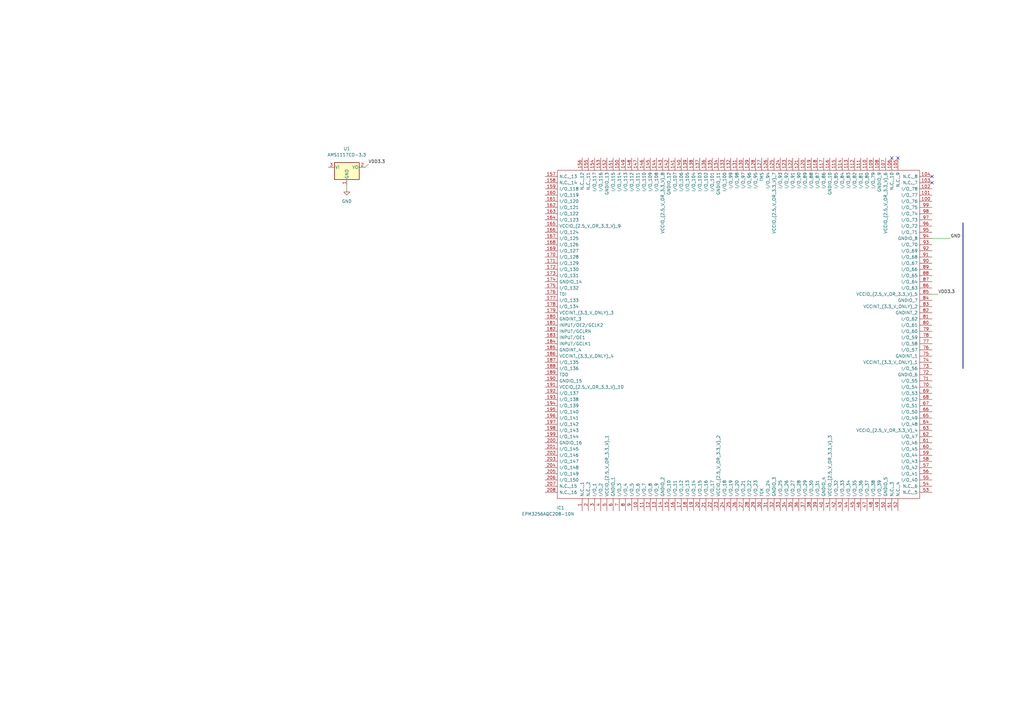
<source format=kicad_sch>
(kicad_sch (version 20211123) (generator eeschema)
  (paper "A3")
  (lib_symbols
    (symbol "EPM3256AQC208-10N:EPM3256AQC208-10N" (pin_names (offset 0.762))
      (property "Reference" "IC1" (at -142.9895 177.8 90))
      (property "Value" "EPM3256AQC208-10N" (at -140.4495 177.8 90))
      (symbol "EPM3256AQC208-10N_0_0"
        (pin passive line (at 0 0 0) (length 5.08) (name "N.C._1") (number "1"))
        (pin passive line (at 0 -22.86 0) (length 5.08) (name "I/O_6") (number "10"))
        (pin passive line (at 127 -143.51 90) (length 5.08) (name "I/O_76") (number "100"))
        (pin passive line (at 129.54 -143.51 90) (length 5.08) (name "I/O_77") (number "101"))
        (pin passive line (at 132.08 -143.51 90) (length 5.08) (name "I/O_78") (number "102"))
        (pin passive line (at 134.62 -143.51 90) (length 5.08) (name "N.C._7") (number "103"))
        (pin passive line (at 137.16 -143.51 90) (length 5.08) (name "N.C._8") (number "104"))
        (pin passive line (at 144.78 -129.54 180) (length 5.08) (name "N.C._9") (number "105"))
        (pin passive line (at 144.78 -127 180) (length 5.08) (name "N.C._10") (number "106"))
        (pin passive line (at 144.78 -124.46 180) (length 5.08) (name "VCCIO_(2.5_V_OR_3.3_V)_6") (number "107"))
        (pin passive line (at 144.78 -121.92 180) (length 5.08) (name "GNDIO_9") (number "108"))
        (pin passive line (at 144.78 -119.38 180) (length 5.08) (name "I/O_79") (number "109"))
        (pin passive line (at 0 -25.4 0) (length 5.08) (name "I/O_7") (number "11"))
        (pin passive line (at 144.78 -116.84 180) (length 5.08) (name "I/O_80") (number "110"))
        (pin passive line (at 144.78 -114.3 180) (length 5.08) (name "I/O_81") (number "111"))
        (pin passive line (at 144.78 -111.76 180) (length 5.08) (name "I/O_82") (number "112"))
        (pin passive line (at 144.78 -109.22 180) (length 5.08) (name "I/O_83") (number "113"))
        (pin passive line (at 144.78 -106.68 180) (length 5.08) (name "I/O_84") (number "114"))
        (pin passive line (at 144.78 -104.14 180) (length 5.08) (name "I/O_85") (number "115"))
        (pin passive line (at 144.78 -101.6 180) (length 5.08) (name "GNDIO_10") (number "116"))
        (pin passive line (at 144.78 -99.06 180) (length 5.08) (name "I/O_86") (number "117"))
        (pin passive line (at 144.78 -96.52 180) (length 5.08) (name "I/O_87") (number "118"))
        (pin passive line (at 144.78 -93.98 180) (length 5.08) (name "I/O_88") (number "119"))
        (pin passive line (at 0 -27.94 0) (length 5.08) (name "I/O_8") (number "12"))
        (pin passive line (at 144.78 -91.44 180) (length 5.08) (name "I/O_89") (number "120"))
        (pin passive line (at 144.78 -88.9 180) (length 5.08) (name "I/O_90") (number "121"))
        (pin passive line (at 144.78 -86.36 180) (length 5.08) (name "I/O_91") (number "122"))
        (pin passive line (at 144.78 -83.82 180) (length 5.08) (name "I/O_92") (number "123"))
        (pin passive line (at 144.78 -81.28 180) (length 5.08) (name "I/O_93") (number "124"))
        (pin passive line (at 144.78 -78.74 180) (length 5.08) (name "VCCIO_(2.5_V_OR_3.3_V)_7") (number "125"))
        (pin passive line (at 144.78 -76.2 180) (length 5.08) (name "I/O_94") (number "126"))
        (pin passive line (at 144.78 -73.66 180) (length 5.08) (name "TMS") (number "127"))
        (pin passive line (at 144.78 -71.12 180) (length 5.08) (name "I/O_95") (number "128"))
        (pin passive line (at 144.78 -68.58 180) (length 5.08) (name "I/O_96") (number "129"))
        (pin passive line (at 0 -30.48 0) (length 5.08) (name "I/O_9") (number "13"))
        (pin passive line (at 144.78 -66.04 180) (length 5.08) (name "I/O_97") (number "130"))
        (pin passive line (at 144.78 -63.5 180) (length 5.08) (name "I/O_98") (number "131"))
        (pin passive line (at 144.78 -60.96 180) (length 5.08) (name "I/O_99") (number "132"))
        (pin passive line (at 144.78 -58.42 180) (length 5.08) (name "I/O_100") (number "133"))
        (pin passive line (at 144.78 -55.88 180) (length 5.08) (name "GNDIO_11") (number "134"))
        (pin passive line (at 144.78 -53.34 180) (length 5.08) (name "I/O_101") (number "135"))
        (pin passive line (at 144.78 -50.8 180) (length 5.08) (name "I/O_102") (number "136"))
        (pin passive line (at 144.78 -48.26 180) (length 5.08) (name "I/O_103") (number "137"))
        (pin passive line (at 144.78 -45.72 180) (length 5.08) (name "I/O_104") (number "138"))
        (pin passive line (at 144.78 -43.18 180) (length 5.08) (name "I/O_105") (number "139"))
        (pin passive line (at 0 -33.02 0) (length 5.08) (name "GNDIO_2") (number "14"))
        (pin passive line (at 144.78 -40.64 180) (length 5.08) (name "I/O_106") (number "140"))
        (pin passive line (at 144.78 -38.1 180) (length 5.08) (name "I/O_107") (number "141"))
        (pin passive line (at 144.78 -35.56 180) (length 5.08) (name "GNDIO_12") (number "142"))
        (pin passive line (at 144.78 -33.02 180) (length 5.08) (name "VCCIO_(2.5_V_OR_3.3_V)_8") (number "143"))
        (pin passive line (at 144.78 -30.48 180) (length 5.08) (name "I/O_108") (number "144"))
        (pin passive line (at 144.78 -27.94 180) (length 5.08) (name "I/O_109") (number "145"))
        (pin passive line (at 144.78 -25.4 180) (length 5.08) (name "I/O_110") (number "146"))
        (pin passive line (at 144.78 -22.86 180) (length 5.08) (name "I/O_111") (number "147"))
        (pin passive line (at 144.78 -20.32 180) (length 5.08) (name "I/O_112") (number "148"))
        (pin passive line (at 144.78 -17.78 180) (length 5.08) (name "I/O_113") (number "149"))
        (pin passive line (at 0 -35.56 0) (length 5.08) (name "I/O_10") (number "15"))
        (pin passive line (at 144.78 -15.24 180) (length 5.08) (name "I/O_114") (number "150"))
        (pin passive line (at 144.78 -12.7 180) (length 5.08) (name "I/O_115") (number "151"))
        (pin passive line (at 144.78 -10.16 180) (length 5.08) (name "GNDIO_13") (number "152"))
        (pin passive line (at 144.78 -7.62 180) (length 5.08) (name "I/O_116") (number "153"))
        (pin passive line (at 144.78 -5.08 180) (length 5.08) (name "I/O_117") (number "154"))
        (pin passive line (at 144.78 -2.54 180) (length 5.08) (name "N.C._11") (number "155"))
        (pin passive line (at 144.78 0 180) (length 5.08) (name "N.C._12") (number "156"))
        (pin passive line (at 137.16 15.24 270) (length 5.08) (name "N.C._13") (number "157"))
        (pin passive line (at 134.62 15.24 270) (length 5.08) (name "N.C._14") (number "158"))
        (pin passive line (at 132.08 15.24 270) (length 5.08) (name "I/O_118") (number "159"))
        (pin passive line (at 0 -38.1 0) (length 5.08) (name "I/O_11") (number "16"))
        (pin passive line (at 129.54 15.24 270) (length 5.08) (name "I/O_119") (number "160"))
        (pin passive line (at 127 15.24 270) (length 5.08) (name "I/O_120") (number "161"))
        (pin passive line (at 124.46 15.24 270) (length 5.08) (name "I/O_121") (number "162"))
        (pin passive line (at 121.92 15.24 270) (length 5.08) (name "I/O_122") (number "163"))
        (pin passive line (at 119.38 15.24 270) (length 5.08) (name "I/O_123") (number "164"))
        (pin passive line (at 116.84 15.24 270) (length 5.08) (name "VCCIO_(2.5_V_OR_3.3_V)_9") (number "165"))
        (pin passive line (at 114.3 15.24 270) (length 5.08) (name "I/O_124") (number "166"))
        (pin passive line (at 111.76 15.24 270) (length 5.08) (name "I/O_125") (number "167"))
        (pin passive line (at 109.22 15.24 270) (length 5.08) (name "I/O_126") (number "168"))
        (pin passive line (at 106.68 15.24 270) (length 5.08) (name "I/O_127") (number "169"))
        (pin passive line (at 0 -40.64 0) (length 5.08) (name "I/O_12") (number "17"))
        (pin passive line (at 104.14 15.24 270) (length 5.08) (name "I/O_128") (number "170"))
        (pin passive line (at 101.6 15.24 270) (length 5.08) (name "I/O_129") (number "171"))
        (pin passive line (at 99.06 15.24 270) (length 5.08) (name "I/O_130") (number "172"))
        (pin passive line (at 96.52 15.24 270) (length 5.08) (name "I/O_131") (number "173"))
        (pin passive line (at 93.98 15.24 270) (length 5.08) (name "GNDIO_14") (number "174"))
        (pin passive line (at 91.44 15.24 270) (length 5.08) (name "I/O_132") (number "175"))
        (pin passive line (at 88.9 15.24 270) (length 5.08) (name "TDI") (number "176"))
        (pin passive line (at 86.36 15.24 270) (length 5.08) (name "I/O_133") (number "177"))
        (pin passive line (at 83.82 15.24 270) (length 5.08) (name "I/O_134") (number "178"))
        (pin passive line (at 81.28 15.24 270) (length 5.08) (name "VCCINT_(3.3_V_ONLY)_3") (number "179"))
        (pin passive line (at 0 -43.18 0) (length 5.08) (name "I/O_13") (number "18"))
        (pin passive line (at 78.74 15.24 270) (length 5.08) (name "GNDINT_3") (number "180"))
        (pin passive line (at 76.2 15.24 270) (length 5.08) (name "INPUT/OE2/GCLK2") (number "181"))
        (pin passive line (at 73.66 15.24 270) (length 5.08) (name "INPUT/GCLRN") (number "182"))
        (pin passive line (at 71.12 15.24 270) (length 5.08) (name "INPUT/OE1") (number "183"))
        (pin passive line (at 68.58 15.24 270) (length 5.08) (name "INPUT/GCLK1") (number "184"))
        (pin passive line (at 66.04 15.24 270) (length 5.08) (name "GNDINT_4") (number "185"))
        (pin passive line (at 63.5 15.24 270) (length 5.08) (name "VCCINT_(3.3_V_ONLY)_4") (number "186"))
        (pin passive line (at 60.96 15.24 270) (length 5.08) (name "I/O_135") (number "187"))
        (pin passive line (at 58.42 15.24 270) (length 5.08) (name "I/O_136") (number "188"))
        (pin passive line (at 55.88 15.24 270) (length 5.08) (name "TDO") (number "189"))
        (pin passive line (at 0 -45.72 0) (length 5.08) (name "I/O_14") (number "19"))
        (pin passive line (at 53.34 15.24 270) (length 5.08) (name "GNDIO_15") (number "190"))
        (pin passive line (at 50.8 15.24 270) (length 5.08) (name "VCCIO_(2.5_V_OR_3.3_V)_10") (number "191"))
        (pin passive line (at 48.26 15.24 270) (length 5.08) (name "I/O_137") (number "192"))
        (pin passive line (at 45.72 15.24 270) (length 5.08) (name "I/O_138") (number "193"))
        (pin passive line (at 43.18 15.24 270) (length 5.08) (name "I/O_139") (number "194"))
        (pin passive line (at 40.64 15.24 270) (length 5.08) (name "I/O_140") (number "195"))
        (pin passive line (at 38.1 15.24 270) (length 5.08) (name "I/O_141") (number "196"))
        (pin passive line (at 35.56 15.24 270) (length 5.08) (name "I/O_142") (number "197"))
        (pin passive line (at 33.02 15.24 270) (length 5.08) (name "I/O_143") (number "198"))
        (pin passive line (at 30.48 15.24 270) (length 5.08) (name "I/O_144") (number "199"))
        (pin passive line (at 0 -2.54 0) (length 5.08) (name "N.C._2") (number "2"))
        (pin passive line (at 0 -48.26 0) (length 5.08) (name "I/O_15") (number "20"))
        (pin passive line (at 27.94 15.24 270) (length 5.08) (name "GNDIO_16") (number "200"))
        (pin passive line (at 25.4 15.24 270) (length 5.08) (name "I/O_145") (number "201"))
        (pin passive line (at 22.86 15.24 270) (length 5.08) (name "I/O_146") (number "202"))
        (pin passive line (at 20.32 15.24 270) (length 5.08) (name "I/O_147") (number "203"))
        (pin passive line (at 17.78 15.24 270) (length 5.08) (name "I/O_148") (number "204"))
        (pin passive line (at 15.24 15.24 270) (length 5.08) (name "I/O_149") (number "205"))
        (pin passive line (at 12.7 15.24 270) (length 5.08) (name "I/O_150") (number "206"))
        (pin passive line (at 10.16 15.24 270) (length 5.08) (name "N.C._15") (number "207"))
        (pin passive line (at 7.62 15.24 270) (length 5.08) (name "N.C._16") (number "208"))
        (pin passive line (at 0 -50.8 0) (length 5.08) (name "I/O_16") (number "21"))
        (pin passive line (at 0 -53.34 0) (length 5.08) (name "I/O_17") (number "22"))
        (pin passive line (at 0 -55.88 0) (length 5.08) (name "VCCIO_(2.5_V_OR_3.3_V)_2") (number "23"))
        (pin passive line (at 0 -58.42 0) (length 5.08) (name "I/O_18") (number "24"))
        (pin passive line (at 0 -60.96 0) (length 5.08) (name "I/O_19") (number "25"))
        (pin passive line (at 0 -63.5 0) (length 5.08) (name "I/O_20") (number "26"))
        (pin passive line (at 0 -66.04 0) (length 5.08) (name "I/O_21") (number "27"))
        (pin passive line (at 0 -68.58 0) (length 5.08) (name "I/O_22") (number "28"))
        (pin passive line (at 0 -71.12 0) (length 5.08) (name "I/O_23") (number "29"))
        (pin passive line (at 0 -5.08 0) (length 5.08) (name "I/O_1") (number "3"))
        (pin passive line (at 0 -73.66 0) (length 5.08) (name "TCK") (number "30"))
        (pin passive line (at 0 -76.2 0) (length 5.08) (name "I/O_24") (number "31"))
        (pin passive line (at 0 -78.74 0) (length 5.08) (name "GNDIO_3") (number "32"))
        (pin passive line (at 0 -81.28 0) (length 5.08) (name "I/O_25") (number "33"))
        (pin passive line (at 0 -83.82 0) (length 5.08) (name "I/O_26") (number "34"))
        (pin passive line (at 0 -86.36 0) (length 5.08) (name "I/O_27") (number "35"))
        (pin passive line (at 0 -88.9 0) (length 5.08) (name "I/O_28") (number "36"))
        (pin passive line (at 0 -91.44 0) (length 5.08) (name "I/O_29") (number "37"))
        (pin passive line (at 0 -93.98 0) (length 5.08) (name "I/O_30") (number "38"))
        (pin passive line (at 0 -96.52 0) (length 5.08) (name "I/O_31") (number "39"))
        (pin passive line (at 0 -7.62 0) (length 5.08) (name "I/O_2") (number "4"))
        (pin passive line (at 0 -99.06 0) (length 5.08) (name "GNDIO_4") (number "40"))
        (pin passive line (at 0 -101.6 0) (length 5.08) (name "VCCIO_(2.5_V_OR_3.3_V)_3") (number "41"))
        (pin passive line (at 0 -104.14 0) (length 5.08) (name "I/O_32") (number "42"))
        (pin passive line (at 0 -106.68 0) (length 5.08) (name "I/O_33") (number "43"))
        (pin passive line (at 0 -109.22 0) (length 5.08) (name "I/O_34") (number "44"))
        (pin passive line (at 0 -111.76 0) (length 5.08) (name "I/O_35") (number "45"))
        (pin passive line (at 0 -114.3 0) (length 5.08) (name "I/O_36") (number "46"))
        (pin passive line (at 0 -116.84 0) (length 5.08) (name "I/O_37") (number "47"))
        (pin passive line (at 0 -119.38 0) (length 5.08) (name "I/O_38") (number "48"))
        (pin passive line (at 0 -121.92 0) (length 5.08) (name "I/O_39") (number "49"))
        (pin passive line (at 0 -10.16 0) (length 5.08) (name "VCCIO_(2.5_V_OR_3.3_V)_1") (number "5"))
        (pin passive line (at 0 -124.46 0) (length 5.08) (name "GNDIO_5") (number "50"))
        (pin passive line (at 0 -127 0) (length 5.08) (name "N.C._3") (number "51"))
        (pin passive line (at 0 -129.54 0) (length 5.08) (name "N.C._4") (number "52"))
        (pin passive line (at 7.62 -143.51 90) (length 5.08) (name "N.C._5") (number "53"))
        (pin passive line (at 10.16 -143.51 90) (length 5.08) (name "N.C._6") (number "54"))
        (pin passive line (at 12.7 -143.51 90) (length 5.08) (name "I/O_40") (number "55"))
        (pin passive line (at 15.24 -143.51 90) (length 5.08) (name "I/O_41") (number "56"))
        (pin passive line (at 17.78 -143.51 90) (length 5.08) (name "I/O_42") (number "57"))
        (pin passive line (at 20.32 -143.51 90) (length 5.08) (name "I/O_43") (number "58"))
        (pin passive line (at 22.86 -143.51 90) (length 5.08) (name "I/O_44") (number "59"))
        (pin passive line (at 0 -12.7 0) (length 5.08) (name "GNDIO_1") (number "6"))
        (pin passive line (at 25.4 -143.51 90) (length 5.08) (name "I/O_45") (number "60"))
        (pin passive line (at 27.94 -143.51 90) (length 5.08) (name "I/O_46") (number "61"))
        (pin passive line (at 30.48 -143.51 90) (length 5.08) (name "I/O_47") (number "62"))
        (pin passive line (at 33.02 -143.51 90) (length 5.08) (name "VCCIO_(2.5_V_OR_3.3_V)_4") (number "63"))
        (pin passive line (at 35.56 -143.51 90) (length 5.08) (name "I/O_48") (number "64"))
        (pin passive line (at 38.1 -143.51 90) (length 5.08) (name "I/O_49") (number "65"))
        (pin passive line (at 40.64 -143.51 90) (length 5.08) (name "I/O_50") (number "66"))
        (pin passive line (at 43.18 -143.51 90) (length 5.08) (name "I/O_51") (number "67"))
        (pin passive line (at 45.72 -143.51 90) (length 5.08) (name "I/O_52") (number "68"))
        (pin passive line (at 48.26 -143.51 90) (length 5.08) (name "I/O_53") (number "69"))
        (pin passive line (at 0 -15.24 0) (length 5.08) (name "I/O_3") (number "7"))
        (pin passive line (at 50.8 -143.51 90) (length 5.08) (name "I/O_54") (number "70"))
        (pin passive line (at 53.34 -143.51 90) (length 5.08) (name "I/O_55") (number "71"))
        (pin passive line (at 55.88 -143.51 90) (length 5.08) (name "GNDIO_6") (number "72"))
        (pin passive line (at 58.42 -143.51 90) (length 5.08) (name "I/O_56") (number "73"))
        (pin passive line (at 60.96 -143.51 90) (length 5.08) (name "VCCINT_(3.3_V_ONLY)_1") (number "74"))
        (pin passive line (at 63.5 -143.51 90) (length 5.08) (name "GNDINT_1") (number "75"))
        (pin passive line (at 66.04 -143.51 90) (length 5.08) (name "I/O_57") (number "76"))
        (pin passive line (at 68.58 -143.51 90) (length 5.08) (name "I/O_58") (number "77"))
        (pin passive line (at 71.12 -143.51 90) (length 5.08) (name "I/O_59") (number "78"))
        (pin passive line (at 73.66 -143.51 90) (length 5.08) (name "I/O_60") (number "79"))
        (pin passive line (at 0 -17.78 0) (length 5.08) (name "I/O_4") (number "8"))
        (pin passive line (at 76.2 -143.51 90) (length 5.08) (name "I/O_61") (number "80"))
        (pin passive line (at 78.74 -143.51 90) (length 5.08) (name "I/O_62") (number "81"))
        (pin passive line (at 81.28 -143.51 90) (length 5.08) (name "GNDINT_2") (number "82"))
        (pin passive line (at 83.82 -143.51 90) (length 5.08) (name "VCCINT_(3.3_V_ONLY)_2") (number "83"))
        (pin passive line (at 86.36 -143.51 90) (length 5.08) (name "GNDIO_7") (number "84"))
        (pin passive line (at 88.9 -143.51 90) (length 5.08) (name "VCCIO_(2.5_V_OR_3.3_V)_5") (number "85"))
        (pin passive line (at 91.44 -143.51 90) (length 5.08) (name "I/O_63") (number "86"))
        (pin passive line (at 93.98 -143.51 90) (length 5.08) (name "I/O_64") (number "87"))
        (pin passive line (at 96.52 -143.51 90) (length 5.08) (name "I/O_65") (number "88"))
        (pin passive line (at 99.06 -143.51 90) (length 5.08) (name "I/O_66") (number "89"))
        (pin passive line (at 0 -20.32 0) (length 5.08) (name "I/O_5") (number "9"))
        (pin passive line (at 101.6 -143.51 90) (length 5.08) (name "I/O_67") (number "90"))
        (pin passive line (at 104.14 -143.51 90) (length 5.08) (name "I/O_68") (number "91"))
        (pin passive line (at 106.68 -143.51 90) (length 5.08) (name "I/O_69") (number "92"))
        (pin passive line (at 109.22 -143.51 90) (length 5.08) (name "I/O_70") (number "93"))
        (pin passive line (at 111.76 -143.51 90) (length 5.08) (name "GNDIO_8") (number "94"))
        (pin passive line (at 114.3 -143.51 90) (length 5.08) (name "I/O_71") (number "95"))
        (pin passive line (at 116.84 -143.51 90) (length 5.08) (name "I/O_72") (number "96"))
        (pin passive line (at 119.38 -143.51 90) (length 5.08) (name "I/O_73") (number "97"))
        (pin passive line (at 121.92 -143.51 90) (length 5.08) (name "I/O_74") (number "98"))
        (pin passive line (at 124.46 -143.51 90) (length 5.08) (name "I/O_75") (number "99"))
      )
      (symbol "EPM3256AQC208-10N_0_1"
        (polyline (pts (xy 5.08 10.16) (xy 139.7 10.16) (xy 139.7 -138.43) (xy 5.08 -138.43) (xy 5.08 10.16)) (stroke (width 0.1524)))
      )
    )
    (symbol "Regulator_Linear:AMS1117CD-3.3" (pin_names (offset 0.254))
      (property "Reference" "U" (at -3.81 3.175 0))
      (property "Value" "AMS1117CD-3.3" (at 0 3.175 0))
      (symbol "AMS1117CD-3.3_0_1"
        (rectangle (start -5.08 -5.08) (end 5.08 1.905) (stroke (width 0.254)) (fill (type background)))
      )
      (symbol "AMS1117CD-3.3_1_1"
        (pin power_in line (at 0 -7.62 90) (length 2.54) (name "GND") (number "1"))
        (pin power_out line (at 7.62 0 180) (length 2.54) (name "VO") (number "2"))
        (pin power_in line (at -7.62 0 0) (length 2.54) (name "VI") (number "3"))
      )
    )
    (symbol "power:GND" (power) (pin_names (offset 0))
      (property "Value" "GND" (at 0 -3.81 0))
      (symbol "GND_0_1"
        (polyline (pts (xy 0 0) (xy 0 -1.27) (xy 1.27 -1.27) (xy 0 -2.54) (xy -1.27 -1.27) (xy 0 -1.27)))
      )
      (symbol "GND_1_1"
        (pin power_in line (at 0 0 270) (length 0) hide (name "GND") (number "1"))
      )
    )
  )
  (no_connect (at 382.27 72.39))
  (no_connect (at 382.27 74.93))
  (no_connect (at 365.76 64.77))
  (no_connect (at 368.3 64.77))
  (wire (pts (xy 382.27 97.79) (xy 389.89 97.79)))
  (wire (pts (xy 151.13 67.31) (xy 149.86 68.58)))
  (bus (pts (xy 394.97 91.44) (xy 394.97 151.13)))
  (wire (pts (xy 382.27 120.65) (xy 384.81 120.65)))
  (wire (pts (xy 142.24 76.2) (xy 142.24 77.47)))
  (label "VDD3.3" (at 384.81 120.65 0))
  (label "GND" (at 389.89 97.79 0))
  (label "VDD3.3" (at 151.13 67.31 0))
  (symbol (lib_id "Regulator_Linear:AMS1117CD-3.3") (at 142.24 68.58 0) (unit 1)
    (property "Reference" "U1" (at 142.24 60.96 0))
    (property "Value" "AMS1117CD-3.3" (at 142.24 63.5 0))
    (property "Footprint" "Package_TO_SOT_SMD:TO-252-3_TabPin2" (effects hide))
    (property "Datasheet" "http://www.advanced-monolithic.com/pdf/ds1117.pdf" (effects hide))
  )
  (symbol (lib_id "power:GND") (at 142.24 77.47 0) (unit 1)
    (property "Reference" "#PWR?" (effects hide))
    (property "Value" "GND" (at 142.24 82.55 0))
  )
  (symbol (lib_id "EPM3256AQC208-10N:EPM3256AQC208-10N") (at 238.76 209.55 90) (unit 1)
    (property "Reference" "IC1" (at 229.87 208.28 90))
    (property "Value" "EPM3256AQC208-10N" (at 224.79 210.82 90))
    (property "Footprint" "QFP50P3060X3060X410-208N" (effects hide))
    (property "Datasheet" "http://componentsearchengine.com/Datasheets/1/EPM3256AQC208-10N.pdf" (effects hide))
    (property "Description" "Programmable Logic Device Family" (effects hide))
    (property "Height" "4.1" (effects hide))
    (property "Manufacturer_Name" "Intel" (effects hide))
    (property "Manufacturer_Part_Number" "EPM3256AQC208-10N" (effects hide))
    (property "Mouser Part Number" "989-EPM3256AQC20810N" (effects hide))
    (property "Mouser Price/Stock" "https://www.mouser.co.uk/ProductDetail/Intel-Altera/EPM3256AQC208-10N?qs=jblrfmjbeiEHeL5QjnZo1g%3D%3D" (effects hide))
    (property "Arrow Part Number" "EPM3256AQC208-10N" (effects hide))
    (property "Arrow Price/Stock" "https://www.arrow.com/en/products/epm3256aqc208-10n/intel?region=nac" (effects hide))
  )
)
</source>
